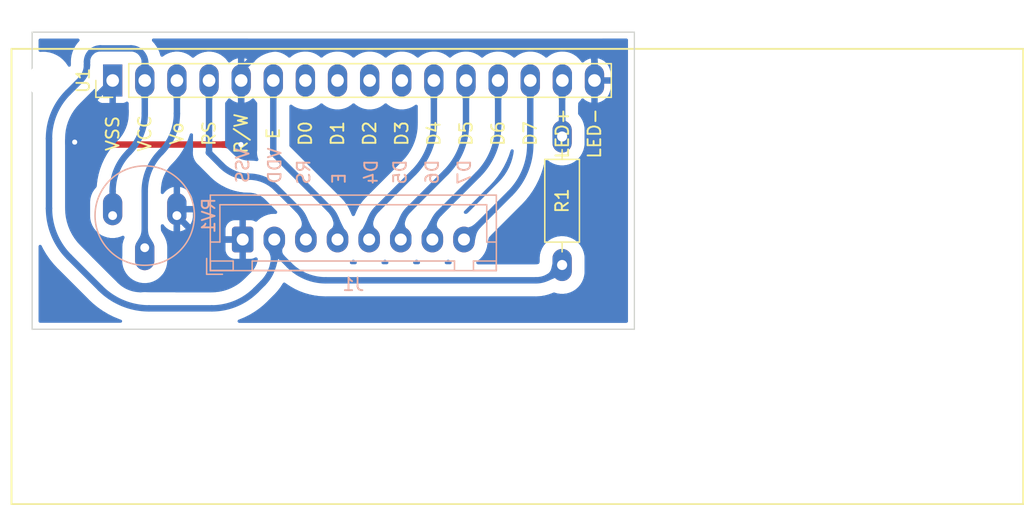
<source format=kicad_pcb>
(kicad_pcb (version 20240108) (generator "pcbnew") (generator_version "8.0")
  (layers (0 "F.Cu" signal) (31 "B.Cu" signal) (34 "B.Paste" user) (35 "F.Paste" user) (36 "B.SilkS" user "B.Silkscreen") (37 "F.SilkS" user "F.Silkscreen") (38 "B.Mask" user) (39 "F.Mask" user) (44 "Edge.Cuts" user))
  (net 0 "")
  (net 1 "GND")
  (net 2 "+5V")
  (net 3 "Net-(J1-Pad3)")
  (net 4 "Net-(J1-Pad4)")
  (net 5 "Net-(J1-Pad5)")
  (net 6 "Net-(J1-Pad6)")
  (net 7 "Net-(J1-Pad7)")
  (net 8 "Net-(J1-Pad8)")
  (net 9 "Net-(R1-Pad1)")
  (net 10 "Net-(RV1-Pad2)")
  (footprint "My_Misc:R_Axial_DIN0207_L6.3mm_D2.5mm_P10.16mm_Horizontal_larger_pads" (layer "F.Cu") (at 149.86 80.01 -90)
    (property "Reference" "R1" (at 5.08 0 90) (layer "F.SilkS"))
    (property "Value" "220R")
    (fp_line (start 1.81 1.37) (end 8.35 1.37) (stroke (width 0.12)) (layer "F.SilkS"))
    (fp_line (start 8.35 1.37) (end 8.35 -1.37) (stroke (width 0.12)) (layer "F.SilkS"))
    (fp_line (start 1.04 0) (end 1.81 0) (stroke (width 0.12)) (layer "F.SilkS"))
    (fp_line (start 9.12 0) (end 8.35 0) (stroke (width 0.12)) (layer "F.SilkS"))
    (fp_line (start 1.81 -1.37) (end 1.81 1.37) (stroke (width 0.12)) (layer "F.SilkS"))
    (fp_line (start 8.35 -1.37) (end 1.81 -1.37) (stroke (width 0.12)) (layer "F.SilkS"))
    (pad "1" thru_hole oval (at 0 0 270) (size 2.54 1.524) (drill 0.8) (layers "*.Cu" "*.Mask") (net 9 "Net-(R1-Pad1)"))
    (pad "2" thru_hole oval (at 10.16 0 270) (size 2.54 1.524) (drill 0.8) (layers "*.Cu" "*.Mask") (net 2 "+5V"))
  )
  (footprint "My_Parts:LCD_HD44780_16x2_w_headers_large" (layer "F.Cu") (at 114.32 75.58)
    (property "Reference" "U1" (at -2.33 0 90) (layer "F.SilkS"))
    (property "Value" "LCD_HD44780")
    (fp_line (start -8 -2.5) (end -8 33.5) (stroke (width 0.15)) (layer "F.SilkS"))
    (fp_line (start -8 33.5) (end 72 33.5) (stroke (width 0.15)) (layer "F.SilkS"))
    (fp_line (start -1.33 1.33) (end -1.33 0) (stroke (width 0.12)) (layer "F.SilkS"))
    (fp_line (start 0 1.33) (end -1.33 1.33) (stroke (width 0.12)) (layer "F.SilkS"))
    (fp_line (start 1.27 -1.33) (end 39.43 -1.33) (stroke (width 0.12)) (layer "F.SilkS"))
    (fp_line (start 1.27 1.33) (end 1.27 -1.33) (stroke (width 0.12)) (layer "F.SilkS"))
    (fp_line (start 1.27 1.33) (end 39.43 1.33) (stroke (width 0.12)) (layer "F.SilkS"))
    (fp_line (start 39.43 1.33) (end 39.43 -1.33) (stroke (width 0.12)) (layer "F.SilkS"))
    (fp_line (start 72 -2.5) (end -8 -2.5) (stroke (width 0.15)) (layer "F.SilkS"))
    (fp_line (start 72 33.5) (end 72 -2.5) (stroke (width 0.15)) (layer "F.SilkS"))
    (fp_text user "D1" (at 17.78 4.19 90) (layer "F.SilkS"))
    (fp_text user "E" (at 12.7 4.19 90) (layer "F.SilkS"))
    (fp_text user "Vo" (at 5.08 4.19 90) (layer "F.SilkS"))
    (fp_text user "D5" (at 27.94 4.19 90) (layer "F.SilkS"))
    (fp_text user "LED-" (at 38.1 4.19 90) (layer "F.SilkS"))
    (fp_text user "D3" (at 22.86 4.19 90) (layer "F.SilkS"))
    (fp_text user "R/W" (at 10.16 4.19 90) (layer "F.SilkS"))
    (fp_text user "D4" (at 25.4 4.19 90) (layer "F.SilkS"))
    (fp_text user "VCC" (at 2.54 4.19 90) (layer "F.SilkS"))
    (fp_text user "D0" (at 15.24 4.19 90) (layer "F.SilkS"))
    (fp_text user "D2" (at 20.32 4.19 90) (layer "F.SilkS"))
    (fp_text user "D6" (at 30.48 4.19 90) (layer "F.SilkS"))
    (fp_text user "LED+" (at 35.56 4.19 90) (layer "F.SilkS"))
    (fp_text user "VSS" (at 0 4.19 90) (layer "F.SilkS"))
    (fp_text user "RS" (at 7.62 4.19 90) (layer "F.SilkS"))
    (fp_text user "D7" (at 33.02 4.19 90) (layer "F.SilkS"))
    (pad "" np_thru_hole circle (at -5.5 0) (size 2.5 2.5) (drill 2.5) (layers "*.Cu" "*.Mask"))
    (pad "" np_thru_hole circle (at -5.5 31) (size 2.5 2.5) (drill 2.5) (layers "*.Cu" "*.Mask"))
    (pad "" np_thru_hole circle (at 69.5 0) (size 2.5 2.5) (drill 2.5) (layers "*.Cu" "*.Mask"))
    (pad "" np_thru_hole circle (at 69.5 31) (size 2.5 2.5) (drill 2.5) (layers "*.Cu" "*.Mask"))
    (pad "1" thru_hole rect (at 0 0 90) (size 2.54 1.524) (drill 1) (layers "*.Cu" "*.Mask") (net 1 "GND"))
    (pad "2" thru_hole oval (at 2.54 0 90) (size 2.54 1.524) (drill 1) (layers "*.Cu" "*.Mask") (net 2 "+5V"))
    (pad "3" thru_hole oval (at 5.08 0 90) (size 2.54 1.524) (drill 1) (layers "*.Cu" "*.Mask") (net 10 "Net-(RV1-Pad2)"))
    (pad "4" thru_hole oval (at 7.62 0 90) (size 2.54 1.524) (drill 1) (layers "*.Cu" "*.Mask") (net 3 "Net-(J1-Pad3)"))
    (pad "5" thru_hole oval (at 10.16 0 90) (size 2.54 1.524) (drill 1) (layers "*.Cu" "*.Mask") (net 1 "GND"))
    (pad "6" thru_hole oval (at 12.7 0 90) (size 2.54 1.524) (drill 1) (layers "*.Cu" "*.Mask") (net 4 "Net-(J1-Pad4)"))
    (pad "7" thru_hole oval (at 15.24 0 90) (size 2.54 1.524) (drill 1) (layers "*.Cu" "*.Mask"))
    (pad "8" thru_hole oval (at 17.78 0 90) (size 2.54 1.524) (drill 1) (layers "*.Cu" "*.Mask"))
    (pad "9" thru_hole oval (at 20.32 0 90) (size 2.54 1.524) (drill 1) (layers "*.Cu" "*.Mask"))
    (pad "10" thru_hole oval (at 22.86 0 90) (size 2.54 1.524) (drill 1) (layers "*.Cu" "*.Mask"))
    (pad "11" thru_hole oval (at 25.4 0 90) (size 2.54 1.524) (drill 1) (layers "*.Cu" "*.Mask") (net 5 "Net-(J1-Pad5)"))
    (pad "12" thru_hole oval (at 27.94 0 90) (size 2.54 1.524) (drill 1) (layers "*.Cu" "*.Mask") (net 6 "Net-(J1-Pad6)"))
    (pad "13" thru_hole oval (at 30.48 0 90) (size 2.54 1.524) (drill 1) (layers "*.Cu" "*.Mask") (net 7 "Net-(J1-Pad7)"))
    (pad "14" thru_hole oval (at 33.02 0 90) (size 2.54 1.524) (drill 1) (layers "*.Cu" "*.Mask") (net 8 "Net-(J1-Pad8)"))
    (pad "15" thru_hole oval (at 35.56 0 90) (size 2.54 1.524) (drill 1) (layers "*.Cu" "*.Mask") (net 9 "Net-(R1-Pad1)"))
    (pad "16" thru_hole oval (at 38.1 0 90) (size 2.54 1.524) (drill 1) (layers "*.Cu" "*.Mask") (net 1 "GND"))
  )
  (footprint "My_Misc:Potentiometer_Bourns_3339P_Vertical_large" (layer "B.Cu") (at 114.315 86.2635 90)
    (property "Reference" "RV1" (at 0 7.6 90) (layer "B.SilkS") (effects (justify mirror)))
    (property "Value" "10k")
    (fp_circle (center 0 2.54) (end 3.93 2.54) (stroke (width 0.12)) (fill none) (layer "B.SilkS"))
    (pad "1" thru_hole oval (at 0 0 90) (size 2.54 1.524) (drill 0.7 (offset 0.508 0)) (layers "*.Cu" "*.Mask") (net 2 "+5V"))
    (pad "2" thru_hole oval (at -2.54 2.54 90) (size 2.54 1.524) (drill 0.7 (offset -0.508 0)) (layers "*.Cu" "*.Mask") (net 10 "Net-(RV1-Pad2)"))
    (pad "3" thru_hole oval (at 0 5.08 90) (size 2.54 1.524) (drill 0.7 (offset 0.508 0)) (layers "*.Cu" "*.Mask") (net 1 "GND"))
  )
  (footprint "My_Headers:8-pin JST LCD" (layer "B.Cu") (at 124.6 88.155)
    (property "Reference" "J1" (at 8.75 3.55 0) (layer "B.SilkS") (effects (justify mirror)))
    (property "Value" "8-pin_header_LCD_interface")
    (fp_line (start -2.85 2.75) (end -2.85 1.5) (stroke (width 0.12)) (layer "B.SilkS"))
    (fp_line (start -2.56 -3.51) (end 20.06 -3.51) (stroke (width 0.12)) (layer "B.SilkS"))
    (fp_line (start -2.56 2.46) (end -2.56 -3.51) (stroke (width 0.12)) (layer "B.SilkS"))
    (fp_line (start -2.55 0.2) (end -1.8 0.2) (stroke (width 0.12)) (layer "B.SilkS"))
    (fp_line (start -2.55 1.7) (end -0.75 1.7) (stroke (width 0.12)) (layer "B.SilkS"))
    (fp_line (start -2.55 2.45) (end -2.55 1.7) (stroke (width 0.12)) (layer "B.SilkS"))
    (fp_line (start -1.8 -2.75) (end 8.75 -2.75) (stroke (width 0.12)) (layer "B.SilkS"))
    (fp_line (start -1.8 0.2) (end -1.8 -2.75) (stroke (width 0.12)) (layer "B.SilkS"))
    (fp_line (start -1.6 2.75) (end -2.85 2.75) (stroke (width 0.12)) (layer "B.SilkS"))
    (fp_line (start -0.75 1.7) (end -0.75 2.45) (stroke (width 0.12)) (layer "B.SilkS"))
    (fp_line (start -0.75 2.45) (end -2.55 2.45) (stroke (width 0.12)) (layer "B.SilkS"))
    (fp_line (start 0.75 1.7) (end 16.75 1.7) (stroke (width 0.12)) (layer "B.SilkS"))
    (fp_line (start 0.75 2.45) (end 0.75 1.7) (stroke (width 0.12)) (layer "B.SilkS"))
    (fp_line (start 16.75 1.7) (end 16.75 2.45) (stroke (width 0.12)) (layer "B.SilkS"))
    (fp_line (start 16.75 2.45) (end 0.75 2.45) (stroke (width 0.12)) (layer "B.SilkS"))
    (fp_line (start 18.25 1.7) (end 20.05 1.7) (stroke (width 0.12)) (layer "B.SilkS"))
    (fp_line (start 18.25 2.45) (end 18.25 1.7) (stroke (width 0.12)) (layer "B.SilkS"))
    (fp_line (start 19.3 -2.75) (end 8.75 -2.75) (stroke (width 0.12)) (layer "B.SilkS"))
    (fp_line (start 19.3 0.2) (end 19.3 -2.75) (stroke (width 0.12)) (layer "B.SilkS"))
    (fp_line (start 20.05 0.2) (end 19.3 0.2) (stroke (width 0.12)) (layer "B.SilkS"))
    (fp_line (start 20.05 1.7) (end 20.05 2.45) (stroke (width 0.12)) (layer "B.SilkS"))
    (fp_line (start 20.05 2.45) (end 18.25 2.45) (stroke (width 0.12)) (layer "B.SilkS"))
    (fp_line (start 20.06 -3.51) (end 20.06 2.46) (stroke (width 0.12)) (layer "B.SilkS"))
    (fp_line (start 20.06 2.46) (end -2.56 2.46) (stroke (width 0.12)) (layer "B.SilkS"))
    (fp_text user "VSS" (at 0 -5.842 90) (layer "B.SilkS") (effects (justify mirror)))
    (fp_text user "D5" (at 12.446 -5.334 90) (layer "B.SilkS") (effects (justify mirror)))
    (fp_text user "RS" (at 4.826 -5.334 90) (layer "B.SilkS") (effects (justify mirror)))
    (fp_text user "VDD" (at 2.54 -5.842 90) (layer "B.SilkS") (effects (justify mirror)))
    (fp_text user "E" (at 7.62 -4.826 90) (layer "B.SilkS") (effects (justify mirror)))
    (fp_text user "D6" (at 14.986 -5.334 90) (layer "B.SilkS") (effects (justify mirror)))
    (fp_text user "D7" (at 17.526 -5.334 90) (layer "B.SilkS") (effects (justify mirror)))
    (fp_text user "D4" (at 10.16 -5.334 90) (layer "B.SilkS") (effects (justify mirror)))
    (pad "1" thru_hole roundrect (at 0 0) (size 1.7 2.032) (drill 0.95) (layers "*.Cu" "*.Mask") (roundrect_rratio 0.147059) (net 1 "GND"))
    (pad "2" thru_hole oval (at 2.5 0) (size 1.7 2.032) (drill 0.95) (layers "*.Cu" "*.Mask") (net 2 "+5V"))
    (pad "3" thru_hole oval (at 5 0) (size 1.7 2.032) (drill 0.95) (layers "*.Cu" "*.Mask") (net 3 "Net-(J1-Pad3)"))
    (pad "4" thru_hole oval (at 7.5 0) (size 1.7 2.032) (drill 0.95) (layers "*.Cu" "*.Mask") (net 4 "Net-(J1-Pad4)"))
    (pad "5" thru_hole oval (at 10 0) (size 1.7 2.032) (drill 0.95) (layers "*.Cu" "*.Mask") (net 5 "Net-(J1-Pad5)"))
    (pad "6" thru_hole oval (at 12.5 0) (size 1.7 2.032) (drill 0.95) (layers "*.Cu" "*.Mask") (net 6 "Net-(J1-Pad6)"))
    (pad "7" thru_hole oval (at 15 0) (size 1.7 2.032) (drill 0.95) (layers "*.Cu" "*.Mask") (net 7 "Net-(J1-Pad7)"))
    (pad "8" thru_hole oval (at 17.5 0) (size 1.7 2.032) (drill 0.95) (layers "*.Cu" "*.Mask") (net 8 "Net-(J1-Pad8)"))
  )
  (gr_line (start 107.95 95.25) (end 107.95 71.755) (stroke (width 0.1)) (layer "Edge.Cuts"))
  (gr_line (start 155.575 95.25) (end 107.95 95.25) (stroke (width 0.1)) (layer "Edge.Cuts"))
  (gr_line (start 155.575 71.755) (end 155.575 95.25) (stroke (width 0.1)) (layer "Edge.Cuts"))
  (gr_line (start 107.95 71.755) (end 155.575 71.755) (stroke (width 0.1)) (layer "Edge.Cuts"))
  (segment (start 111.412068 80.54931) (end 111.316379 80.453621) (width 0.508) (layer "F.Cu") (net 1))
  (segment (start 111.643083 80.645) (end 124.46 80.645) (width 0.508) (layer "F.Cu") (net 1))
  (via (at 124.46 80.645) (size 1.524) (drill 0.4) (layers "F.Cu" "B.Cu") (net 1))
  (via (at 111.316379 80.453621) (size 1.524) (drill 0.4) (layers "F.Cu" "B.Cu") (net 1))
  (arc (start 111.412068 80.54931) (mid 111.518058 80.62013) (end 111.643083 80.645) (width 0.508) (layer "F.Cu") (net 1))
  (segment (start 111.316379 85.567415) (end 111.316379 80.453621) (width 0.508) (layer "B.Cu") (net 1))
  (segment (start 119.395 86.2635) (end 120.34075 87.20925) (width 0.508) (layer "B.Cu") (net 1))
  (segment (start 124.46 80.645) (end 124.47 80.635) (width 0.508) (layer "B.Cu") (net 1))
  (segment (start 112.910171 89.415171) (end 114.89648 91.40148) (width 0.508) (layer "B.Cu") (net 1))
  (segment (start 118.434999 91.114999) (end 118.148519 91.40148) (width 0.508) (layer "B.Cu") (net 1))
  (segment (start 125.329158 73.889158) (end 124.777579 74.440738) (width 0.508) (layer "B.Cu") (net 1))
  (segment (start 127.37921 73.04) (end 151.327451 73.04) (width 0.508) (layer "B.Cu") (net 1))
  (segment (start 122.623992 88.155) (end 124.6 88.155) (width 0.508) (layer "B.Cu") (net 1))
  (segment (start 111.316379 79.518621) (end 111.316379 80.453621) (width 0.508) (layer "B.Cu") (net 1))
  (segment (start 124.48 76.000841) (end 124.48 80.610857) (width 0.508) (layer "B.Cu") (net 1))
  (segment (start 111.977523 77.922476) (end 114.32 75.58) (width 0.508) (layer "B.Cu") (net 1))
  (segment (start 152.42 74.132548) (end 152.42 75.58) (width 0.508) (layer "B.Cu") (net 1))
  (segment (start 119.395 86.2635) (end 119.395 88.797354) (width 0.508) (layer "B.Cu") (net 1))
  (segment (start 124.48 75.159159) (end 124.48 76.000841) (width 0.508) (layer "B.Cu") (net 1))
  (arc (start 152.1 73.36) (mid 152.336834 73.714448) (end 152.42 74.132548) (width 0.508) (layer "B.Cu") (net 1))
  (arc (start 120.34075 87.20925) (mid 121.38831 87.909207) (end 122.623992 88.155) (width 0.508) (layer "B.Cu") (net 1))
  (arc (start 118.148519 91.40148) (mid 117.402495 91.899957) (end 116.5225 92.075) (width 0.508) (layer "B.Cu") (net 1))
  (arc (start 111.316379 85.567415) (mid 111.730592 87.649805) (end 112.910171 89.415171) (width 0.508) (layer "B.Cu") (net 1))
  (arc (start 114.89648 91.40148) (mid 115.642504 91.899957) (end 116.5225 92.075) (width 0.508) (layer "B.Cu") (net 1))
  (arc (start 152.1 73.36) (mid 151.745551 73.123165) (end 151.327451 73.04) (width 0.508) (layer "B.Cu") (net 1))
  (arc (start 124.48 80.610857) (mid 124.477401 80.623923) (end 124.47 80.635) (width 0.508) (layer "B.Cu") (net 1))
  (arc (start 127.37921 73.04) (mid 126.26973 73.260688) (end 125.329158 73.889158) (width 0.508) (layer "B.Cu") (net 1))
  (arc (start 124.777579 74.440738) (mid 124.557338 74.770352) (end 124.48 75.159159) (width 0.508) (layer "B.Cu") (net 1))
  (arc (start 111.977523 77.922476) (mid 111.488204 78.654793) (end 111.316379 79.518621) (width 0.508) (layer "B.Cu") (net 1))
  (arc (start 119.395 88.797354) (mid 119.145503 90.051654) (end 118.434999 91.114999) (width 0.508) (layer "B.Cu") (net 1))
  (segment (start 113.344945 92.005207) (end 110.878171 89.538433) (width 0.508) (layer "B.Cu") (net 2))
  (segment (start 122.159632 93.599) (end 117.192701 93.599) (width 0.508) (layer "B.Cu") (net 2))
  (segment (start 110.786189 76.53881) (end 111.801156 75.523843) (width 0.508) (layer "B.Cu") (net 2))
  (segment (start 149.253912 90.776087) (end 149.86 90.17) (width 0.508) (layer "B.Cu") (net 2))
  (segment (start 147.790687 91.382175) (end 131.166627 91.382175) (width 0.508) (layer "B.Cu") (net 2))
  (segment (start 115.767451 73.04) (end 113.346406 73.04) (width 0.508) (layer "B.Cu") (net 2))
  (segment (start 116.86 75.58) (end 116.86 78.190413) (width 0.508) (layer "B.Cu") (net 2))
  (segment (start 125.652999 92.151999) (end 126.198438 91.606561) (width 0.508) (layer "B.Cu") (net 2))
  (segment (start 116.86 74.132548) (end 116.86 75.58) (width 0.508) (layer "B.Cu") (net 2))
  (segment (start 127.1 88.5775) (end 127.1 89.43) (width 0.508) (layer "B.Cu") (net 2))
  (segment (start 114.315 84.334586) (end 114.315 86.2635) (width 0.508) (layer "B.Cu") (net 2))
  (segment (start 109.284379 80.164501) (end 109.284379 85.690677) (width 0.508) (layer "B.Cu") (net 2))
  (segment (start 127.398752 89.298752) (end 128.291087 90.191087) (width 0.508) (layer "B.Cu") (net 2))
  (segment (start 112.288 74.098406) (end 112.288 74.3485) (width 0.508) (layer "B.Cu") (net 2))
  (arc (start 127.1 89.43) (mid 126.865691 90.607946) (end 126.198438 91.606561) (width 0.508) (layer "B.Cu") (net 2))
  (arc (start 110.786189 76.53881) (mid 109.674686 78.202291) (end 109.284379 80.164501) (width 0.508) (layer "B.Cu") (net 2))
  (arc (start 112.598 73.35) (mid 112.368566 73.693371) (end 112.288 74.098406) (width 0.508) (layer "B.Cu") (net 2))
  (arc (start 113.344945 92.005207) (mid 115.11031 93.184786) (end 117.192701 93.599) (width 0.508) (layer "B.Cu") (net 2))
  (arc (start 125.652999 92.151999) (mid 124.050229 93.222936) (end 122.159632 93.599) (width 0.508) (layer "B.Cu") (net 2))
  (arc (start 128.291087 90.191087) (mid 129.610396 91.072621) (end 131.166627 91.382175) (width 0.508) (layer "B.Cu") (net 2))
  (arc (start 116.54 73.36) (mid 116.185551 73.123165) (end 115.767451 73.04) (width 0.508) (layer "B.Cu") (net 2))
  (arc (start 109.284379 85.690677) (mid 109.698592 87.773067) (end 110.878171 89.538433) (width 0.508) (layer "B.Cu") (net 2))
  (arc (start 116.54 73.36) (mid 116.776834 73.714448) (end 116.86 74.132548) (width 0.508) (layer "B.Cu") (net 2))
  (arc (start 127.1 88.5775) (mid 127.177643 88.967838) (end 127.398752 89.298752) (width 0.508) (layer "B.Cu") (net 2))
  (arc (start 115.5875 81.2625) (mid 114.645711 82.671985) (end 114.315 84.334586) (width 0.508) (layer "B.Cu") (net 2))
  (arc (start 112.288 74.3485) (mid 112.161473 74.984591) (end 111.801156 75.523843) (width 0.508) (layer "B.Cu") (net 2))
  (arc (start 127.1 88.5775) (mid 127.1 88.5775) (end 127.1 88.5775) (width 0.508) (layer "B.Cu") (net 2))
  (arc (start 116.86 78.190413) (mid 116.529288 79.853014) (end 115.5875 81.2625) (width 0.508) (layer "B.Cu") (net 2))
  (arc (start 113.346406 73.04) (mid 112.941371 73.120566) (end 112.598 73.35) (width 0.508) (layer "B.Cu") (net 2))
  (arc (start 149.253912 90.776087) (mid 148.582578 91.224657) (end 147.790687 91.382175) (width 0.508) (layer "B.Cu") (net 2))
  (segment (start 128.986584 85.806584) (end 127.263025 84.083025) (width 0.508) (layer "B.Cu") (net 3))
  (segment (start 121.94 81.245857) (end 121.94 75.58) (width 0.508) (layer "B.Cu") (net 3))
  (segment (start 121.93 81.29) (end 122.926974 82.286974) (width 0.508) (layer "B.Cu") (net 3))
  (segment (start 129.6 87.2875) (end 129.6 88.155) (width 0.508) (layer "B.Cu") (net 3))
  (arc (start 128.986584 85.806584) (mid 129.440578 86.486034) (end 129.6 87.2875) (width 0.508) (layer "B.Cu") (net 3))
  (arc (start 121.93 81.27) (mid 121.925857 81.28) (end 121.93 81.29) (width 0.508) (layer "B.Cu") (net 3))
  (arc (start 122.926974 82.286974) (mid 123.921672 82.95161) (end 125.095 83.185) (width 0.508) (layer "B.Cu") (net 3))
  (arc (start 127.263025 84.083025) (mid 126.268326 83.418389) (end 125.095 83.185) (width 0.508) (layer "B.Cu") (net 3))
  (arc (start 121.94 81.245857) (mid 121.937401 81.258923) (end 121.93 81.27) (width 0.508) (layer "B.Cu") (net 3))
  (segment (start 131.472442 85.752442) (end 127.01 81.29) (width 0.508) (layer "B.Cu") (net 4))
  (segment (start 132.1 87.2675) (end 132.1 88.155) (width 0.508) (layer "B.Cu") (net 4))
  (segment (start 127.02 81.245857) (end 127.02 75.58) (width 0.508) (layer "B.Cu") (net 4))
  (arc (start 127.02 81.245857) (mid 127.017401 81.258923) (end 127.01 81.27) (width 0.508) (layer "B.Cu") (net 4))
  (arc (start 127.01 81.27) (mid 127.005857 81.28) (end 127.01 81.29) (width 0.508) (layer "B.Cu") (net 4))
  (arc (start 131.472442 85.752442) (mid 131.936902 86.447556) (end 132.1 87.2675) (width 0.508) (layer "B.Cu") (net 4))
  (segment (start 139.72 79.006036) (end 139.72 75.58) (width 0.508) (layer "B.Cu") (net 5))
  (segment (start 134.6 87.2675) (end 134.6 88.155) (width 0.508) (layer "B.Cu") (net 5))
  (segment (start 135.227557 85.752442) (end 138.126207 82.853792) (width 0.508) (layer "B.Cu") (net 5))
  (arc (start 139.72 79.006036) (mid 139.305786 81.088426) (end 138.126207 82.853792) (width 0.508) (layer "B.Cu") (net 5))
  (arc (start 135.227557 85.752442) (mid 134.763096 86.447556) (end 134.6 87.2675) (width 0.508) (layer "B.Cu") (net 5))
  (segment (start 137.1 87.2875) (end 137.1 88.155) (width 0.508) (layer "B.Cu") (net 6))
  (segment (start 137.713415 85.806584) (end 140.666207 82.853792) (width 0.508) (layer "B.Cu") (net 6))
  (segment (start 142.26 79.006036) (end 142.26 75.58) (width 0.508) (layer "B.Cu") (net 6))
  (arc (start 137.713415 85.806584) (mid 137.259421 86.486034) (end 137.1 87.2875) (width 0.508) (layer "B.Cu") (net 6))
  (arc (start 142.26 79.006036) (mid 141.845786 81.088426) (end 140.666207 82.853792) (width 0.508) (layer "B.Cu") (net 6))
  (segment (start 144.8 79.177036) (end 144.8 75.58) (width 0.508) (layer "B.Cu") (net 7))
  (segment (start 143.206207 83.024792) (end 140.138815 86.092184) (width 0.508) (layer "B.Cu") (net 7))
  (segment (start 139.6 87.393) (end 139.6 88.155) (width 0.508) (layer "B.Cu") (net 7))
  (arc (start 144.8 79.177036) (mid 144.385786 81.259426) (end 143.206207 83.024792) (width 0.508) (layer "B.Cu") (net 7))
  (arc (start 140.138815 86.092184) (mid 139.740033 86.689003) (end 139.6 87.393) (width 0.508) (layer "B.Cu") (net 7))
  (segment (start 147.34 80.661036) (end 147.34 75.58) (width 0.508) (layer "B.Cu") (net 8))
  (segment (start 145.746207 84.508792) (end 142.1 88.155) (width 0.508) (layer "B.Cu") (net 8))
  (arc (start 147.34 80.661036) (mid 146.925786 82.743426) (end 145.746207 84.508792) (width 0.508) (layer "B.Cu") (net 8))
  (segment (start 149.87 75.59) (end 149.88 75.58) (width 0.508) (layer "B.Cu") (net 9))
  (segment (start 149.86 75.614142) (end 149.86 80.01) (width 0.508) (layer "B.Cu") (net 9))
  (arc (start 149.87 75.59) (mid 149.862598 75.601076) (end 149.86 75.614142) (width 0.508) (layer "B.Cu") (net 9))
  (segment (start 116.855 84.334586) (end 116.855 88.8035) (width 0.508) (layer "B.Cu") (net 10))
  (segment (start 119.4 78.190413) (end 119.4 75.58) (width 0.508) (layer "B.Cu") (net 10))
  (arc (start 118.1275 81.2625) (mid 117.185711 82.671985) (end 116.855 84.334586) (width 0.508) (layer "B.Cu") (net 10))
  (arc (start 119.4 78.190413) (mid 119.069288 79.853014) (end 118.1275 81.2625) (width 0.508) (layer "B.Cu") (net 10))
  (zone (net 1) (net_name "GND") (layer "F.Cu") (priority 16962) (connect_pads yes (clearance 0)) (min_thickness 0.0254) (fill yes (thermal_gap 0.508) (thermal_bridge_width 0.508))
    (polygon (pts (xy 112.825083 80.391) (xy 112.667913 80.384919) (xy 112.535725 80.367073) (xy 112.423775 80.338053) (xy 112.32732 80.29845) (xy 112.241618 80.248857) (xy 112.161926 80.189866) (xy 112.0835 80.122069) (xy 112.001598 80.046057) (xy 111.911476 79.962423) (xy 111.808393 79.871758) (xy 110.947309 80.359029) (xy 111.467861 81.200412) (xy 111.62781 81.163429) (xy 111.764644 81.123959) (xy 111.885012 81.083505) (xy 111.995563 81.043571) (xy 112.102947 81.005657) (xy 112.213813 80.971267) (xy 112.33481 80.941904) (xy 112.472588 80.91907) (xy 112.633795 80.904268) (xy 112.825083 80.899)))
  )
  (zone (net 1) (net_name "GND") (layer "F.Cu") (priority 16962) (connect_pads yes (clearance 0)) (min_thickness 0.0254) (fill yes (thermal_gap 0.508) (thermal_bridge_width 0.508))
    (polygon (pts (xy 122.938 80.899) (xy 123.112035 80.904759) (xy 123.258294 80.921396) (xy 123.382606 80.94795) (xy 123.490798 80.98346) (xy 123.588699 81.026966) (xy 123.682138 81.077506) (xy 123.776945 81.134121) (xy 123.878947 81.195848) (xy 123.993973 81.261728) (xy 124.127852 81.3308) (xy 124.841 80.645) (xy 124.127852 79.9592) (xy 123.993973 80.028271) (xy 123.878947 80.094151) (xy 123.776945 80.155878) (xy 123.682138 80.212493) (xy 123.588699 80.263033) (xy 123.490798 80.306539) (xy 123.382606 80.342049) (xy 123.258294 80.368603) (xy 123.112035 80.38524) (xy 122.938 80.391)))
  )
  (zone (net 4) (net_name "Net-(J1-Pad4)") (layer "B.Cu") (priority 16962) (connect_pads yes (clearance 0)) (min_thickness 0.0254) (fill yes (thermal_gap 0.508) (thermal_bridge_width 0.508))
    (polygon (pts (xy 127.274 77.102) (xy 127.279759 76.927964) (xy 127.296396 76.781705) (xy 127.32295 76.657393) (xy 127.35846 76.549201) (xy 127.401966 76.4513) (xy 127.452506 76.357861) (xy 127.509121 76.263054) (xy 127.570848 76.161052) (xy 127.636728 76.046026) (xy 127.7058 75.912148) (xy 127.02 75.199) (xy 126.3342 75.912148) (xy 126.403271 76.046026) (xy 126.469151 76.161052) (xy 126.530878 76.263054) (xy 126.587493 76.357861) (xy 126.638033 76.4513) (xy 126.681539 76.549201) (xy 126.717049 76.657393) (xy 126.743603 76.781705) (xy 126.76024 76.927964) (xy 126.766 77.102)))
  )
  (zone (net 7) (net_name "Net-(J1-Pad7)") (layer "B.Cu") (priority 16962) (connect_pads yes (clearance 0)) (min_thickness 0.0254) (fill yes (thermal_gap 0.508) (thermal_bridge_width 0.508))
    (polygon (pts (xy 139.619006 86.359249) (xy 139.512502 86.547959) (xy 139.423138 86.708445) (xy 139.347043 86.847031) (xy 139.280347 86.970044) (xy 139.21918 87.083808) (xy 139.159673 87.194649) (xy 139.097956 87.308893) (xy 139.030158 87.432866) (xy 138.952411 87.572893) (xy 138.860844 87.7353) (xy 139.58868 88.579849) (xy 140.374597 87.805002) (xy 140.30458 87.668765) (xy 140.228934 87.546963) (xy 140.152988 87.435578) (xy 140.082072 87.330593) (xy 140.021519 87.227989) (xy 139.976659 87.123749) (xy 139.952822 87.013856) (xy 139.955339 86.894292) (xy 139.989541 86.761039) (xy 140.06076 86.610081)))
  )
  (zone (net 2) (net_name "+5V") (layer "B.Cu") (priority 16962) (connect_pads yes (clearance 0)) (min_thickness 0.0254) (fill yes (thermal_gap 0.508) (thermal_bridge_width 0.508))
    (polygon (pts (xy 116.410187 73.593979) (xy 116.542303 73.778614) (xy 116.621368 73.950492) (xy 116.6543 74.112792) (xy 116.648017 74.268694) (xy 116.609436 74.421379) (xy 116.545476 74.574026) (xy 116.463054 74.729817) (xy 116.369089 74.891931) (xy 116.270498 75.063549) (xy 116.1742 75.247852) (xy 116.86 75.961) (xy 117.444058 75.090593) (xy 117.314529 74.906509) (xy 117.233974 74.730291) (xy 117.189452 74.559138) (xy 117.168019 74.390252) (xy 117.156734 74.220831) (xy 117.142655 74.048075) (xy 117.11284 73.869186) (xy 117.054347 73.681361) (xy 116.954234 73.481802) (xy 116.799559 73.267709)))
  )
  (zone (net 8) (net_name "Net-(J1-Pad8)") (layer "B.Cu") (priority 16962) (connect_pads yes (clearance 0)) (min_thickness 0.0254) (fill yes (thermal_gap 0.508) (thermal_bridge_width 0.508))
    (polygon (pts (xy 147.594 77.102) (xy 147.599759 76.927964) (xy 147.616396 76.781705) (xy 147.64295 76.657393) (xy 147.67846 76.549201) (xy 147.721966 76.4513) (xy 147.772506 76.357861) (xy 147.829121 76.263054) (xy 147.890848 76.161052) (xy 147.956728 76.046026) (xy 148.0258 75.912148) (xy 147.34 75.199) (xy 146.6542 75.912148) (xy 146.723271 76.046026) (xy 146.789151 76.161052) (xy 146.850878 76.263054) (xy 146.907493 76.357861) (xy 146.958033 76.4513) (xy 147.001539 76.549201) (xy 147.037049 76.657393) (xy 147.063603 76.781705) (xy 147.08024 76.927964) (xy 147.086 77.102)))
  )
  (zone (net 3) (net_name "Net-(J1-Pad3)") (layer "B.Cu") (priority 16962) (connect_pads yes (clearance 0)) (min_thickness 0.0254) (fill yes (thermal_gap 0.508) (thermal_bridge_width 0.508))
    (polygon (pts (xy 122.194 77.102) (xy 122.199759 76.927964) (xy 122.216396 76.781705) (xy 122.24295 76.657393) (xy 122.27846 76.549201) (xy 122.321966 76.4513) (xy 122.372506 76.357861) (xy 122.429121 76.263054) (xy 122.490848 76.161052) (xy 122.556728 76.046026) (xy 122.6258 75.912148) (xy 121.94 75.199) (xy 121.2542 75.912148) (xy 121.323271 76.046026) (xy 121.389151 76.161052) (xy 121.450878 76.263054) (xy 121.507493 76.357861) (xy 121.558033 76.4513) (xy 121.601539 76.549201) (xy 121.637049 76.657393) (xy 121.663603 76.781705) (xy 121.68024 76.927964) (xy 121.686 77.102)))
  )
  (zone (net 1) (net_name "GND") (layer "B.Cu") (connect_pads (clearance 0.508)) (min_thickness 0.254) (fill yes (thermal_gap 0.508) (thermal_bridge_width 0.508))
    (polygon (pts (xy 156.845 96.52) (xy 106.68 96.52) (xy 106.68 70.485) (xy 156.845 70.485)))
  )
  (zone (net 10) (net_name "Net-(RV1-Pad2)") (layer "B.Cu") (priority 16962) (connect_pads yes (clearance 0)) (min_thickness 0.0254) (fill yes (thermal_gap 0.508) (thermal_bridge_width 0.508))
    (polygon (pts (xy 116.601 87.2815) (xy 116.59524 87.455535) (xy 116.578603 87.601794) (xy 116.552049 87.726106) (xy 116.516539 87.834298) (xy 116.473033 87.932199) (xy 116.422493 88.025638) (xy 116.365878 88.120445) (xy 116.304151 88.222447) (xy 116.238271 88.337473) (xy 116.1692 88.471352) (xy 116.855 89.1845) (xy 117.5408 88.471352) (xy 117.471728 88.337473) (xy 117.405848 88.222447) (xy 117.344121 88.120445) (xy 117.287506 88.025638) (xy 117.236966 87.932199) (xy 117.19346 87.834298) (xy 117.15795 87.726106) (xy 117.131396 87.601794) (xy 117.114759 87.455535) (xy 117.109 87.2815)))
  )
  (zone (net 4) (net_name "Net-(J1-Pad4)") (layer "B.Cu") (priority 16962) (connect_pads yes (clearance 0)) (min_thickness 0.0254) (fill yes (thermal_gap 0.508) (thermal_bridge_width 0.508))
    (polygon (pts (xy 131.699327 86.537762) (xy 131.756656 86.704696) (xy 131.781096 86.849328) (xy 131.777167 86.9765) (xy 131.749388 87.091052) (xy 131.70228 87.197827) (xy 131.640363 87.301665) (xy 131.568156 87.40741) (xy 131.49018 87.519902) (xy 131.410955 87.643982) (xy 131.335 87.784494) (xy 132.1 88.58) (xy 132.865 87.784494) (xy 132.78107 87.613794) (xy 132.707227 87.467937) (xy 132.640874 87.339809) (xy 132.579411 87.22229) (xy 132.520242 87.108266) (xy 132.460768 86.990619) (xy 132.398392 86.862234) (xy 132.330516 86.715993) (xy 132.254542 86.544779) (xy 132.167873 86.341478)))
  )
  (zone (net 7) (net_name "Net-(J1-Pad7)") (layer "B.Cu") (priority 16962) (connect_pads yes (clearance 0)) (min_thickness 0.0254) (fill yes (thermal_gap 0.508) (thermal_bridge_width 0.508))
    (polygon (pts (xy 145.054 77.102) (xy 145.059759 76.927964) (xy 145.076396 76.781705) (xy 145.10295 76.657393) (xy 145.13846 76.549201) (xy 145.181966 76.4513) (xy 145.232506 76.357861) (xy 145.289121 76.263054) (xy 145.350848 76.161052) (xy 145.416728 76.046026) (xy 145.4858 75.912148) (xy 144.8 75.199) (xy 144.1142 75.912148) (xy 144.183271 76.046026) (xy 144.249151 76.161052) (xy 144.310878 76.263054) (xy 144.367493 76.357861) (xy 144.418033 76.4513) (xy 144.461539 76.549201) (xy 144.497049 76.657393) (xy 144.523603 76.781705) (xy 144.54024 76.927964) (xy 144.546 77.102)))
  )
  (zone (net 0) (net_name "") (layer "B.Cu") (connect_pads (clearance 0.508)) (min_thickness 0.254) (fill yes (thermal_gap 0.508) (thermal_bridge_width 0.508))
    (polygon (pts (xy 158.115 97.79) (xy 105.41 97.79) (xy 105.41 69.215) (xy 158.115 69.215)))
  )
  (zone (net 10) (net_name "Net-(RV1-Pad2)") (layer "B.Cu") (priority 16962) (connect_pads yes (clearance 0)) (min_thickness 0.0254) (fill yes (thermal_gap 0.508) (thermal_bridge_width 0.508))
    (polygon (pts (xy 119.654 77.102) (xy 119.659759 76.927964) (xy 119.676396 76.781705) (xy 119.70295 76.657393) (xy 119.73846 76.549201) (xy 119.781966 76.4513) (xy 119.832506 76.357861) (xy 119.889121 76.263054) (xy 119.950848 76.161052) (xy 120.016728 76.046026) (xy 120.0858 75.912148) (xy 119.4 75.199) (xy 118.7142 75.912148) (xy 118.783271 76.046026) (xy 118.849151 76.161052) (xy 118.910878 76.263054) (xy 118.967493 76.357861) (xy 119.018033 76.4513) (xy 119.061539 76.549201) (xy 119.097049 76.657393) (xy 119.123603 76.781705) (xy 119.14024 76.927964) (xy 119.146 77.102)))
  )
  (zone (net 2) (net_name "+5V") (layer "B.Cu") (priority 16962) (connect_pads yes (clearance 0)) (min_thickness 0.0254) (fill yes (thermal_gap 0.508) (thermal_bridge_width 0.508))
    (polygon (pts (xy 117.114 77.102) (xy 117.119759 76.927964) (xy 117.136396 76.781705) (xy 117.16295 76.657393) (xy 117.19846 76.549201) (xy 117.241966 76.4513) (xy 117.292506 76.357861) (xy 117.349121 76.263054) (xy 117.410848 76.161052) (xy 117.476728 76.046026) (xy 117.5458 75.912148) (xy 116.86 75.199) (xy 116.1742 75.912148) (xy 116.243271 76.046026) (xy 116.309151 76.161052) (xy 116.370878 76.263054) (xy 116.427493 76.357861) (xy 116.478033 76.4513) (xy 116.521539 76.549201) (xy 116.557049 76.657393) (xy 116.583603 76.781705) (xy 116.60024 76.927964) (xy 116.606 77.102)))
  )
  (zone (net 2) (net_name "+5V") (layer "B.Cu") (priority 16962) (connect_pads yes (clearance 0)) (min_thickness 0.0254) (fill yes (thermal_gap 0.508) (thermal_bridge_width 0.508))
    (polygon (pts (xy 127.227758 90.33849) (xy 127.299565 90.083102) (xy 127.360156 89.866127) (xy 127.413064 89.679333) (xy 127.461821 89.51449) (xy 127.509959 89.363367) (xy 127.56101 89.217735) (xy 127.618508 89.069363) (xy 127.685983 88.910021) (xy 127.76697 88.731479) (xy 127.865 88.525506) (xy 127.1 87.73) (xy 126.335 88.525506) (xy 126.430868 88.711513) (xy 126.523159 88.875305) (xy 126.608593 89.023665) (xy 126.683888 89.163379) (xy 126.745764 89.301229) (xy 126.790939 89.444) (xy 126.816131 89.598478) (xy 126.818061 89.771445) (xy 126.793446 89.969686) (xy 126.739006 90.199986)))
  )
  (zone (net 2) (net_name "+5V") (layer "B.Cu") (priority 16962) (connect_pads yes (clearance 0)) (min_thickness 0.0254) (fill yes (thermal_gap 0.508) (thermal_bridge_width 0.508))
    (polygon (pts (xy 148.732015 91.436937) (xy 148.919227 91.35421) (xy 149.078453 91.284544) (xy 149.21607 91.225376) (xy 149.338456 91.174141) (xy 149.451988 91.128277) (xy 149.563045 91.08522) (xy 149.678003 91.042407) (xy 149.803241 90.997275) (xy 149.945137 90.947259) (xy 150.110068 90.889798) (xy 150.129407 89.900593) (xy 149.140203 89.91993) (xy 149.09675 90.061614) (xy 149.064556 90.193555) (xy 149.037903 90.31637) (xy 149.011074 90.430677) (xy 148.97835 90.537096) (xy 148.934014 90.636244) (xy 148.872347 90.728741) (xy 148.787633 90.815204) (xy 148.674154 90.896251) (xy 148.526191 90.972503)))
  )
  (zone (net 6) (net_name "Net-(J1-Pad6)") (layer "B.Cu") (priority 16962) (connect_pads yes (clearance 0)) (min_thickness 0.0254) (fill yes (thermal_gap 0.508) (thermal_bridge_width 0.508))
    (polygon (pts (xy 142.514 77.102) (xy 142.519759 76.927964) (xy 142.536396 76.781705) (xy 142.56295 76.657393) (xy 142.59846 76.549201) (xy 142.641966 76.4513) (xy 142.692506 76.357861) (xy 142.749121 76.263054) (xy 142.810848 76.161052) (xy 142.876728 76.046026) (xy 142.9458 75.912148) (xy 142.26 75.199) (xy 141.5742 75.912148) (xy 141.643271 76.046026) (xy 141.709151 76.161052) (xy 141.770878 76.263054) (xy 141.827493 76.357861) (xy 141.878033 76.4513) (xy 141.921539 76.549201) (xy 141.957049 76.657393) (xy 141.983603 76.781705) (xy 142.00024 76.927964) (xy 142.006 77.102)))
  )
  (zone (net 3) (net_name "Net-(J1-Pad3)") (layer "B.Cu") (priority 16962) (connect_pads yes (clearance 0)) (min_thickness 0.0254) (fill yes (thermal_gap 0.508) (thermal_bridge_width 0.508))
    (polygon (pts (xy 129.196507 86.560925) (xy 129.254024 86.724317) (xy 129.278512 86.865983) (xy 129.274551 86.990651) (xy 129.246722 87.103049) (xy 129.199604 87.207903) (xy 129.137779 87.309942) (xy 129.065825 87.413893) (xy 128.988324 87.524483) (xy 128.909855 87.646441) (xy 128.835 87.784494) (xy 129.6 88.58) (xy 130.365 87.784494) (xy 130.281721 87.61546) (xy 130.208182 87.471181) (xy 130.141821 87.344591) (xy 130.080079 87.228627) (xy 130.020395 87.116223) (xy 129.960209 87.000315) (xy 129.89696 86.87384) (xy 129.828089 86.729732) (xy 129.751034 86.560928) (xy 129.663237 86.360363)))
  )
  (zone (net 9) (net_name "Net-(R1-Pad1)") (layer "B.Cu") (priority 16962) (connect_pads yes (clearance 0)) (min_thickness 0.0254) (fill yes (thermal_gap 0.508) (thermal_bridge_width 0.508))
    (polygon (pts (xy 150.114 77.106142) (xy 150.119776 76.93332) (xy 150.136508 76.788067) (xy 150.163295 76.664643) (xy 150.199239 76.557312) (xy 150.243441 76.460336) (xy 150.295003 76.367978) (xy 150.353026 76.2745) (xy 150.416612 76.174166) (xy 150.48486 76.061237) (xy 150.556874 75.929977) (xy 149.889968 75.199131) (xy 149.185745 75.89409) (xy 149.252121 76.031416) (xy 149.315747 76.149313) (xy 149.375626 76.253725) (xy 149.430758 76.350593) (xy 149.480146 76.445859) (xy 149.522792 76.545465) (xy 149.557698 76.655355) (xy 149.583867 76.781469) (xy 149.6003 76.929751) (xy 149.606 77.106142)))
  )
  (zone (net 5) (net_name "Net-(J1-Pad5)") (layer "B.Cu") (priority 16962) (connect_pads yes (clearance 0)) (min_thickness 0.0254) (fill yes (thermal_gap 0.508) (thermal_bridge_width 0.508))
    (polygon (pts (xy 134.532125 86.341478) (xy 134.445455 86.544779) (xy 134.369481 86.715992) (xy 134.301606 86.862234) (xy 134.23923 86.990619) (xy 134.179756 87.108266) (xy 134.120587 87.22229) (xy 134.059125 87.339809) (xy 133.992771 87.467938) (xy 133.918929 87.613794) (xy 133.835 87.784494) (xy 134.6 88.58) (xy 135.365 87.784494) (xy 135.289044 87.643982) (xy 135.209819 87.519902) (xy 135.131842 87.40741) (xy 135.059635 87.301665) (xy 134.997718 87.197827) (xy 134.95061 87.091052) (xy 134.922831 86.9765) (xy 134.918901 86.849329) (xy 134.943341 86.704696) (xy 135.000671 86.537762)))
  )
  (zone (net 9) (net_name "Net-(R1-Pad1)") (layer "B.Cu") (priority 16962) (connect_pads yes (clearance 0)) (min_thickness 0.0254) (fill yes (thermal_gap 0.508) (thermal_bridge_width 0.508))
    (polygon (pts (xy 149.606 78.488) (xy 149.60024 78.662035) (xy 149.583603 78.808294) (xy 149.557049 78.932606) (xy 149.521539 79.040798) (xy 149.478033 79.138699) (xy 149.427493 79.232138) (xy 149.370878 79.326945) (xy 149.309151 79.428947) (xy 149.243271 79.543973) (xy 149.1742 79.677852) (xy 149.86 80.391) (xy 150.5458 79.677852) (xy 150.476728 79.543973) (xy 150.410848 79.428947) (xy 150.349121 79.326945) (xy 150.292506 79.232138) (xy 150.241966 79.138699) (xy 150.19846 79.040798) (xy 150.16295 78.932606) (xy 150.136396 78.808294) (xy 150.119759 78.662035) (xy 150.114 78.488)))
  )
  (zone (net 6) (net_name "Net-(J1-Pad6)") (layer "B.Cu") (priority 16962) (connect_pads yes (clearance 0)) (min_thickness 0.0254) (fill yes (thermal_gap 0.508) (thermal_bridge_width 0.508))
    (polygon (pts (xy 137.036761 86.360363) (xy 136.948963 86.560928) (xy 136.871908 86.729732) (xy 136.803037 86.87384) (xy 136.739789 87.000315) (xy 136.679603 87.116223) (xy 136.619919 87.228627) (xy 136.558177 87.344591) (xy 136.491817 87.471181) (xy 136.418278 87.615461) (xy 136.335 87.784494) (xy 137.1 88.58) (xy 137.865 87.784494) (xy 137.790144 87.646441) (xy 137.711675 87.524483) (xy 137.634173 87.413892) (xy 137.56222 87.309942) (xy 137.500394 87.207903) (xy 137.453276 87.103049) (xy 137.425447 86.990652) (xy 137.421486 86.865983) (xy 137.445974 86.724317) (xy 137.503491 86.560925)))
  )
  (zone (net 5) (net_name "Net-(J1-Pad5)") (layer "B.Cu") (priority 16962) (connect_pads yes (clearance 0)) (min_thickness 0.0254) (fill yes (thermal_gap 0.508) (thermal_bridge_width 0.508))
    (polygon (pts (xy 139.974 77.102) (xy 139.979759 76.927964) (xy 139.996396 76.781705) (xy 140.02295 76.657393) (xy 140.05846 76.549201) (xy 140.101966 76.4513) (xy 140.152506 76.357861) (xy 140.209121 76.263054) (xy 140.270848 76.161052) (xy 140.336728 76.046026) (xy 140.4058 75.912148) (xy 139.72 75.199) (xy 139.0342 75.912148) (xy 139.103271 76.046026) (xy 139.169151 76.161052) (xy 139.230878 76.263054) (xy 139.287493 76.357861) (xy 139.338033 76.4513) (xy 139.381539 76.549201) (xy 139.417049 76.657393) (xy 139.443603 76.781705) (xy 139.46024 76.927964) (xy 139.466 77.102)))
  )
  (zone (net 2) (net_name "+5V") (layer "B.Cu") (priority 16962) (connect_pads yes (clearance 0)) (min_thickness 0.0254) (fill yes (thermal_gap 0.508) (thermal_bridge_width 0.508))
    (polygon (pts (xy 127.931126 89.471916) (xy 127.831903 89.357126) (xy 127.76807 89.248563) (xy 127.734586 89.14414) (xy 127.726409 89.041769) (xy 127.738496 88.939363) (xy 127.765805 88.834836) (xy 127.803296 88.7261) (xy 127.845925 88.611068) (xy 127.888651 88.487653) (xy 127.926432 88.353768) (xy 127.00933 87.739785) (xy 126.49896 88.75604) (xy 126.626386 88.883525) (xy 126.735796 88.993098) (xy 126.83227 89.08981) (xy 126.920884 89.178713) (xy 127.006717 89.264862) (xy 127.094848 89.353308) (xy 127.190355 89.449105) (xy 127.298317 89.557305) (xy 127.423811 89.682961) (xy 127.571916 89.831126)))
  )
  (zone (net 2) (net_name "+5V") (layer "B.Cu") (priority 16962) (connect_pads yes (clearance 0)) (min_thickness 0.0254) (fill yes (thermal_gap 0.508) (thermal_bridge_width 0.508))
    (polygon (pts (xy 114.061 84.7415) (xy 114.05524 84.915535) (xy 114.038603 85.061794) (xy 114.012049 85.186106) (xy 113.976539 85.294298) (xy 113.933033 85.392199) (xy 113.882493 85.485638) (xy 113.825878 85.580445) (xy 113.764151 85.682447) (xy 113.698271 85.797473) (xy 113.6292 85.931352) (xy 114.315 86.6445) (xy 115.0008 85.931352) (xy 114.931728 85.797473) (xy 114.865848 85.682447) (xy 114.804121 85.580445) (xy 114.747506 85.485638) (xy 114.696966 85.392199) (xy 114.65346 85.294298) (xy 114.61795 85.186106) (xy 114.591396 85.061794) (xy 114.574759 84.915535) (xy 114.569 84.7415)))
  )
  (zone (net 8) (net_name "Net-(J1-Pad8)") (layer "B.Cu") (priority 16962) (connect_pads yes (clearance 0)) (min_thickness 0.0254) (fill yes (thermal_gap 0.508) (thermal_bridge_width 0.508))
    (polygon (pts (xy 143.115404 86.780386) (xy 142.973066 86.912584) (xy 142.843694 87.012835) (xy 142.723499 87.086867) (xy 142.608696 87.140406) (xy 142.495498 87.179182) (xy 142.380119 87.208922) (xy 142.258771 87.235353) (xy 142.127668 87.264204) (xy 141.983023 87.301202) (xy 141.821051 87.352076) (xy 141.79948 88.45552) (xy 142.902924 88.433949) (xy 142.953797 88.271976) (xy 142.990795 88.127331) (xy 143.019646 87.996228) (xy 143.046077 87.87488) (xy 143.075817 87.759501) (xy 143.114593 87.646303) (xy 143.168132 87.5315) (xy 143.242164 87.411305) (xy 143.342415 87.281933) (xy 143.474614 87.139596)))
  )
)
</source>
